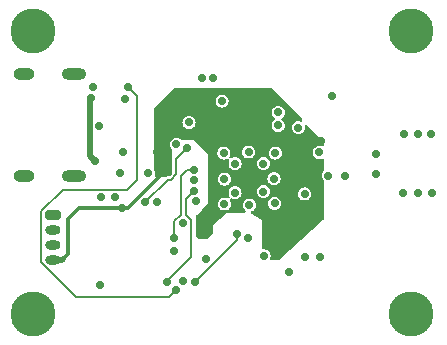
<source format=gbr>
%TF.GenerationSoftware,KiCad,Pcbnew,8.0.1*%
%TF.CreationDate,2024-04-24T20:58:42-04:00*%
%TF.ProjectId,Bluephil,426c7565-7068-4696-9c2e-6b696361645f,rev?*%
%TF.SameCoordinates,PX95ba140PY6dac2c0*%
%TF.FileFunction,Copper,L4,Bot*%
%TF.FilePolarity,Positive*%
%FSLAX46Y46*%
G04 Gerber Fmt 4.6, Leading zero omitted, Abs format (unit mm)*
G04 Created by KiCad (PCBNEW 8.0.1) date 2024-04-24 20:58:42*
%MOMM*%
%LPD*%
G01*
G04 APERTURE LIST*
G04 Aperture macros list*
%AMRoundRect*
0 Rectangle with rounded corners*
0 $1 Rounding radius*
0 $2 $3 $4 $5 $6 $7 $8 $9 X,Y pos of 4 corners*
0 Add a 4 corners polygon primitive as box body*
4,1,4,$2,$3,$4,$5,$6,$7,$8,$9,$2,$3,0*
0 Add four circle primitives for the rounded corners*
1,1,$1+$1,$2,$3*
1,1,$1+$1,$4,$5*
1,1,$1+$1,$6,$7*
1,1,$1+$1,$8,$9*
0 Add four rect primitives between the rounded corners*
20,1,$1+$1,$2,$3,$4,$5,0*
20,1,$1+$1,$4,$5,$6,$7,0*
20,1,$1+$1,$6,$7,$8,$9,0*
20,1,$1+$1,$8,$9,$2,$3,0*%
G04 Aperture macros list end*
%TA.AperFunction,ComponentPad*%
%ADD10O,1.800000X1.000000*%
%TD*%
%TA.AperFunction,ComponentPad*%
%ADD11O,2.100000X1.000000*%
%TD*%
%TA.AperFunction,ComponentPad*%
%ADD12C,3.800000*%
%TD*%
%TA.AperFunction,ComponentPad*%
%ADD13RoundRect,0.200000X-0.450000X0.200000X-0.450000X-0.200000X0.450000X-0.200000X0.450000X0.200000X0*%
%TD*%
%TA.AperFunction,ComponentPad*%
%ADD14O,1.300000X0.800000*%
%TD*%
%TA.AperFunction,ViaPad*%
%ADD15C,0.700000*%
%TD*%
%TA.AperFunction,Conductor*%
%ADD16C,0.170000*%
%TD*%
%TA.AperFunction,Conductor*%
%ADD17C,0.300000*%
%TD*%
%TA.AperFunction,Conductor*%
%ADD18C,0.500000*%
%TD*%
G04 APERTURE END LIST*
D10*
%TO.P,J1,S1,SHIELD*%
%TO.N,GND*%
X2245000Y14688000D03*
D11*
X6425000Y14688000D03*
D10*
X2245000Y23328000D03*
D11*
X6425000Y23328000D03*
%TD*%
D12*
%TO.P,H4,1,1*%
%TO.N,GND*%
X35000000Y3000000D03*
%TD*%
%TO.P,H3,1,1*%
%TO.N,GND*%
X35000000Y27000000D03*
%TD*%
%TO.P,H2,1,1*%
%TO.N,GND*%
X3000000Y3000000D03*
%TD*%
%TO.P,H1,1,1*%
%TO.N,GND*%
X3000000Y27000000D03*
%TD*%
D13*
%TO.P,J3,1,Pin_1*%
%TO.N,GND*%
X4700000Y11375000D03*
D14*
%TO.P,J3,2,Pin_2*%
%TO.N,/UART_TXR*%
X4700000Y10125000D03*
%TO.P,J3,3,Pin_3*%
%TO.N,/UART_TXC*%
X4700000Y8875000D03*
%TO.P,J3,4,Pin_4*%
%TO.N,+3.3V*%
X4700000Y7625000D03*
%TD*%
D15*
%TO.N,GND*%
X13500000Y12500000D03*
%TO.N,+3.3V*%
X10500000Y12000000D03*
%TO.N,Net-(R8-Pad2)*%
X15060000Y5090000D03*
%TO.N,GND*%
X14950000Y8400000D03*
%TO.N,+5V*%
X8200000Y16000000D03*
X7941342Y21356580D03*
%TO.N,Net-(R8-Pad2)*%
X11000000Y22225000D03*
%TO.N,/SWD_IO*%
X12500000Y12500000D03*
%TO.N,/SWD_CLK*%
X14949164Y9466233D03*
%TO.N,/SWD_SWO*%
X14350000Y5717550D03*
X16649728Y13448970D03*
%TO.N,/SWD_CLK*%
X16650009Y15250739D03*
%TO.N,/SWD_IO*%
X16024987Y17059374D03*
%TO.N,/BOOT0*%
X16700000Y5750000D03*
X20250000Y9800000D03*
%TO.N,+3.3V*%
X17550000Y18500000D03*
X27200000Y11425000D03*
X26250000Y11425000D03*
X23630000Y7970000D03*
X17500000Y9850000D03*
X17400000Y11000000D03*
X14300000Y16750000D03*
X13500000Y16750000D03*
X13644182Y15052192D03*
X14425000Y15050000D03*
X16820000Y20180000D03*
X17120000Y21110000D03*
X27387167Y17646683D03*
X26900000Y13900000D03*
%TO.N,GND*%
X19200000Y12350000D03*
X23450000Y12400000D03*
X23500000Y16650000D03*
X19150000Y16650000D03*
X20100000Y15750000D03*
X22500000Y15750000D03*
X22500000Y13400000D03*
X20100000Y13300000D03*
X21300000Y12250000D03*
X21250000Y16750000D03*
X23400000Y14500000D03*
X19200000Y14450000D03*
X32000000Y14900000D03*
X32000000Y16600000D03*
X10400000Y14950000D03*
X12750000Y14950000D03*
X8600000Y18975000D03*
X18250000Y23050000D03*
X17300000Y23050000D03*
X23750000Y19000000D03*
X23750000Y20100000D03*
X25450000Y18800000D03*
X28300000Y21450000D03*
X36650000Y18250000D03*
X35550000Y18250000D03*
X34400000Y18250000D03*
X36800000Y13300000D03*
X35550000Y13250000D03*
X34350000Y13300000D03*
X27300000Y7875000D03*
X26000000Y7875000D03*
X16752927Y12554904D03*
X16647043Y14350741D03*
X9950000Y12900000D03*
X8750000Y12900000D03*
X8650000Y5450000D03*
X29450000Y14750000D03*
X28000000Y14750000D03*
X26000000Y13200000D03*
X27220000Y16710000D03*
X19000000Y21050000D03*
X16200000Y19250000D03*
X8050000Y22250000D03*
X10800000Y21250000D03*
X10600000Y16750000D03*
X15140000Y17400000D03*
X15700000Y10750000D03*
X15700000Y5800000D03*
X17620000Y7720000D03*
X21215000Y9450000D03*
X22550000Y7950000D03*
X24665000Y6625000D03*
%TD*%
D16*
%TO.N,/SWD_IO*%
X14415000Y14415000D02*
X12500000Y12500000D01*
X16024987Y17059374D02*
X15125000Y16159387D01*
X15125000Y14851974D02*
X14688026Y14415000D01*
X14688026Y14415000D02*
X14415000Y14415000D01*
X15125000Y16159387D02*
X15125000Y14851974D01*
%TO.N,Net-(R8-Pad2)*%
X15060000Y5090000D02*
X14474700Y4504700D01*
X11775000Y21450000D02*
X11000000Y22225000D01*
X3700000Y11716436D02*
X5518564Y13535000D01*
X6601564Y4504700D02*
X3700000Y7406264D01*
X3700000Y7406264D02*
X3700000Y11716436D01*
X14474700Y4504700D02*
X6601564Y4504700D01*
X5518564Y13535000D02*
X10935000Y13535000D01*
X11775000Y14375000D02*
X11775000Y21450000D01*
X10935000Y13535000D02*
X11775000Y14375000D01*
D17*
%TO.N,+3.3V*%
X13644182Y15052192D02*
X13644182Y14644182D01*
X13644182Y14644182D02*
X11000000Y12000000D01*
X5925000Y8125000D02*
X5500000Y7700000D01*
X11000000Y12000000D02*
X8934135Y12000000D01*
X8911685Y12022450D02*
X6882500Y12022450D01*
X8934135Y12000000D02*
X8911685Y12022450D01*
X6882500Y12022450D02*
X5925000Y11064950D01*
X5925000Y11064950D02*
X5925000Y8125000D01*
D18*
X4700000Y7625000D02*
X5425000Y7625000D01*
X5425000Y7625000D02*
X5500000Y7700000D01*
D16*
%TO.N,/SWD_SWO*%
X16335000Y7835000D02*
X16335000Y11013026D01*
X14350000Y5717550D02*
X14350000Y5850000D01*
X16335000Y11013026D02*
X15925000Y11423026D01*
X14350000Y5850000D02*
X16335000Y7835000D01*
X15925000Y11423026D02*
X15925000Y12724242D01*
X15925000Y12724242D02*
X16649728Y13448970D01*
%TO.N,/SWD_CLK*%
X16650009Y15250739D02*
X16000739Y15250739D01*
X16000739Y15250739D02*
X15495000Y14745000D01*
X14949164Y10897190D02*
X14949164Y9466233D01*
X15495000Y14745000D02*
X15495000Y11443026D01*
X15495000Y11443026D02*
X14949164Y10897190D01*
D18*
%TO.N,+5V*%
X7941342Y21356580D02*
X7800000Y21215238D01*
X7800000Y21215238D02*
X7800000Y16400000D01*
X7800000Y16400000D02*
X8200000Y16000000D01*
D16*
%TO.N,/BOOT0*%
X20250000Y9800000D02*
X20250000Y9300000D01*
X20250000Y9300000D02*
X16700000Y5750000D01*
%TD*%
%TA.AperFunction,Conductor*%
%TO.N,+3.3V*%
G36*
X23214054Y22180315D02*
G01*
X23236623Y22161712D01*
X25758639Y19525059D01*
X25790753Y19463008D01*
X25784221Y19393444D01*
X25741118Y19338454D01*
X25675127Y19315498D01*
X25621581Y19324786D01*
X25593712Y19336329D01*
X25593710Y19336330D01*
X25593709Y19336330D01*
X25521854Y19345790D01*
X25450001Y19355250D01*
X25449999Y19355250D01*
X25306291Y19336330D01*
X25306287Y19336329D01*
X25172377Y19280863D01*
X25057379Y19192621D01*
X24969137Y19077623D01*
X24913671Y18943713D01*
X24913670Y18943709D01*
X24894750Y18800001D01*
X24894750Y18800000D01*
X24913670Y18656292D01*
X24913671Y18656288D01*
X24969137Y18522378D01*
X24969138Y18522376D01*
X24969139Y18522375D01*
X25057379Y18407379D01*
X25172375Y18319139D01*
X25306291Y18263670D01*
X25433280Y18246952D01*
X25449999Y18244750D01*
X25450000Y18244750D01*
X25450001Y18244750D01*
X25464977Y18246722D01*
X25593709Y18263670D01*
X25727625Y18319139D01*
X25842621Y18407379D01*
X25930861Y18522375D01*
X25986330Y18656291D01*
X26005250Y18800000D01*
X25986330Y18943709D01*
X25986327Y18943716D01*
X25984226Y18951560D01*
X25987194Y18952356D01*
X25981266Y19007307D01*
X26012519Y19069797D01*
X26072595Y19105471D01*
X26142421Y19103002D01*
X26192912Y19071046D01*
X26773879Y18463672D01*
X27565608Y17635955D01*
X27597722Y17573904D01*
X27600000Y17550244D01*
X27600000Y17334035D01*
X27580315Y17266996D01*
X27527511Y17221241D01*
X27458353Y17211297D01*
X27428549Y17219473D01*
X27401050Y17230863D01*
X27363709Y17246330D01*
X27288042Y17256292D01*
X27220001Y17265250D01*
X27219999Y17265250D01*
X27076291Y17246330D01*
X27076287Y17246329D01*
X26942377Y17190863D01*
X26827379Y17102621D01*
X26739137Y16987623D01*
X26683671Y16853713D01*
X26683670Y16853709D01*
X26664750Y16710001D01*
X26664750Y16710000D01*
X26683670Y16566292D01*
X26683671Y16566288D01*
X26739137Y16432378D01*
X26739138Y16432376D01*
X26739139Y16432375D01*
X26827379Y16317379D01*
X26942375Y16229139D01*
X26942376Y16229139D01*
X26942377Y16229138D01*
X26979716Y16213672D01*
X27076291Y16173670D01*
X27203280Y16156952D01*
X27219999Y16154750D01*
X27220000Y16154750D01*
X27220001Y16154750D01*
X27234977Y16156722D01*
X27363709Y16173670D01*
X27428549Y16200528D01*
X27498017Y16207996D01*
X27560496Y16176721D01*
X27596148Y16116632D01*
X27600000Y16085966D01*
X27600000Y15175098D01*
X27580315Y15108059D01*
X27574376Y15099612D01*
X27519138Y15027626D01*
X27463671Y14893713D01*
X27463670Y14893709D01*
X27444750Y14750001D01*
X27444750Y14750000D01*
X27463670Y14606292D01*
X27463671Y14606288D01*
X27519138Y14472377D01*
X27519139Y14472374D01*
X27574375Y14400391D01*
X27599570Y14335222D01*
X27600000Y14324904D01*
X27600000Y11055443D01*
X27580315Y10988404D01*
X27558683Y10963033D01*
X23835306Y7631590D01*
X23772219Y7601558D01*
X23752623Y7600000D01*
X23186461Y7600000D01*
X23119422Y7619685D01*
X23073667Y7672489D01*
X23063723Y7741647D01*
X23071899Y7771451D01*
X23086330Y7806291D01*
X23105250Y7950000D01*
X23086330Y8093709D01*
X23030861Y8227625D01*
X22942621Y8342621D01*
X22827625Y8430861D01*
X22827624Y8430862D01*
X22827622Y8430863D01*
X22693712Y8486329D01*
X22693710Y8486330D01*
X22693709Y8486330D01*
X22559814Y8503958D01*
X22550001Y8505250D01*
X22549996Y8505250D01*
X22540179Y8503958D01*
X22471144Y8514727D01*
X22418891Y8561110D01*
X22400000Y8626898D01*
X22400000Y11000001D01*
X21516894Y11529864D01*
X21469535Y11581235D01*
X21457468Y11650054D01*
X21484523Y11714473D01*
X21533235Y11750753D01*
X21577625Y11769139D01*
X21692621Y11857379D01*
X21780861Y11972375D01*
X21836330Y12106291D01*
X21855250Y12250000D01*
X21836330Y12393709D01*
X21833724Y12400000D01*
X22894750Y12400000D01*
X22913670Y12256292D01*
X22913671Y12256288D01*
X22969137Y12122378D01*
X22969138Y12122376D01*
X22969139Y12122375D01*
X23057379Y12007379D01*
X23172375Y11919139D01*
X23306291Y11863670D01*
X23433280Y11846952D01*
X23449999Y11844750D01*
X23450000Y11844750D01*
X23450001Y11844750D01*
X23464977Y11846722D01*
X23593709Y11863670D01*
X23727625Y11919139D01*
X23842621Y12007379D01*
X23930861Y12122375D01*
X23986330Y12256291D01*
X24005250Y12400000D01*
X23986330Y12543709D01*
X23936641Y12663671D01*
X23930862Y12677623D01*
X23930861Y12677624D01*
X23930861Y12677625D01*
X23842621Y12792621D01*
X23727625Y12880861D01*
X23727624Y12880862D01*
X23727622Y12880863D01*
X23593712Y12936329D01*
X23593710Y12936330D01*
X23593709Y12936330D01*
X23508676Y12947525D01*
X23450001Y12955250D01*
X23449999Y12955250D01*
X23306291Y12936330D01*
X23306287Y12936329D01*
X23172377Y12880863D01*
X23057379Y12792621D01*
X22969137Y12677623D01*
X22913671Y12543713D01*
X22913670Y12543709D01*
X22894750Y12400001D01*
X22894750Y12400000D01*
X21833724Y12400000D01*
X21794908Y12493713D01*
X21780862Y12527623D01*
X21780861Y12527624D01*
X21780861Y12527625D01*
X21692621Y12642621D01*
X21577625Y12730861D01*
X21577624Y12730862D01*
X21577622Y12730863D01*
X21443712Y12786329D01*
X21443710Y12786330D01*
X21443709Y12786330D01*
X21371854Y12795790D01*
X21300001Y12805250D01*
X21299999Y12805250D01*
X21156291Y12786330D01*
X21156287Y12786329D01*
X21022377Y12730863D01*
X20907379Y12642621D01*
X20819137Y12527623D01*
X20763671Y12393713D01*
X20763670Y12393709D01*
X20744750Y12250000D01*
X20761552Y12122375D01*
X20763670Y12106292D01*
X20763671Y12106288D01*
X20819137Y11972378D01*
X20819138Y11972376D01*
X20819139Y11972375D01*
X20907379Y11857379D01*
X20952998Y11822374D01*
X20994199Y11765948D01*
X20998354Y11696202D01*
X20964142Y11635281D01*
X20902424Y11602529D01*
X20877510Y11600000D01*
X19451255Y11600000D01*
X19407867Y11612741D01*
X19386177Y11588482D01*
X18200000Y10600001D01*
X18200000Y9851362D01*
X18180315Y9784323D01*
X18163681Y9763681D01*
X17836319Y9436319D01*
X17774996Y9402834D01*
X17748638Y9400000D01*
X17051362Y9400000D01*
X16984323Y9419685D01*
X16963681Y9436319D01*
X16836319Y9563681D01*
X16802834Y9625004D01*
X16800000Y9651362D01*
X16800000Y11348638D01*
X16819685Y11415677D01*
X16836319Y11436319D01*
X17269138Y11869138D01*
X17750000Y12350000D01*
X18644750Y12350000D01*
X18661552Y12222375D01*
X18663670Y12206292D01*
X18663671Y12206288D01*
X18719137Y12072378D01*
X18719138Y12072376D01*
X18719139Y12072375D01*
X18807379Y11957379D01*
X18922375Y11869139D01*
X18922376Y11869139D01*
X18922377Y11869138D01*
X18967013Y11850650D01*
X19056291Y11813670D01*
X19183280Y11796952D01*
X19199999Y11794750D01*
X19199999Y11794751D01*
X19200000Y11794750D01*
X19290610Y11806680D01*
X19353721Y11796839D01*
X19357542Y11805203D01*
X19403803Y11838561D01*
X19464426Y11863672D01*
X19477625Y11869139D01*
X19592621Y11957379D01*
X19680861Y12072375D01*
X19736330Y12206291D01*
X19755250Y12350000D01*
X19736330Y12493709D01*
X19680861Y12627625D01*
X19680858Y12627629D01*
X19676797Y12634664D01*
X19678040Y12635383D01*
X19656027Y12692326D01*
X19670066Y12760771D01*
X19718880Y12810760D01*
X19786972Y12826423D01*
X19827048Y12817204D01*
X19956291Y12763670D01*
X20083280Y12746952D01*
X20099999Y12744750D01*
X20100000Y12744750D01*
X20100001Y12744750D01*
X20114977Y12746722D01*
X20243709Y12763670D01*
X20377625Y12819139D01*
X20492621Y12907379D01*
X20580861Y13022375D01*
X20636330Y13156291D01*
X20655250Y13300000D01*
X20642085Y13400000D01*
X21944750Y13400000D01*
X21957915Y13300000D01*
X21963670Y13256292D01*
X21963671Y13256288D01*
X22019137Y13122378D01*
X22019138Y13122376D01*
X22019139Y13122375D01*
X22107379Y13007379D01*
X22222375Y12919139D01*
X22222376Y12919139D01*
X22222377Y12919138D01*
X22267013Y12900650D01*
X22356291Y12863670D01*
X22483280Y12846952D01*
X22499999Y12844750D01*
X22500000Y12844750D01*
X22500001Y12844750D01*
X22514977Y12846722D01*
X22643709Y12863670D01*
X22777625Y12919139D01*
X22892621Y13007379D01*
X22980861Y13122375D01*
X23013014Y13200000D01*
X25444750Y13200000D01*
X25463670Y13056292D01*
X25463671Y13056288D01*
X25519137Y12922378D01*
X25519138Y12922376D01*
X25519139Y12922375D01*
X25607379Y12807379D01*
X25722375Y12719139D01*
X25856291Y12663670D01*
X25983280Y12646952D01*
X25999999Y12644750D01*
X26000000Y12644750D01*
X26000001Y12644750D01*
X26014977Y12646722D01*
X26143709Y12663670D01*
X26277625Y12719139D01*
X26392621Y12807379D01*
X26480861Y12922375D01*
X26536330Y13056291D01*
X26555250Y13200000D01*
X26536330Y13343709D01*
X26480861Y13477625D01*
X26392621Y13592621D01*
X26277625Y13680861D01*
X26277624Y13680862D01*
X26277622Y13680863D01*
X26143712Y13736329D01*
X26143710Y13736330D01*
X26143709Y13736330D01*
X26071854Y13745790D01*
X26000001Y13755250D01*
X25999999Y13755250D01*
X25856291Y13736330D01*
X25856287Y13736329D01*
X25722377Y13680863D01*
X25607379Y13592621D01*
X25519137Y13477623D01*
X25463671Y13343713D01*
X25463670Y13343709D01*
X25444750Y13200001D01*
X25444750Y13200000D01*
X23013014Y13200000D01*
X23036330Y13256291D01*
X23055250Y13400000D01*
X23036330Y13543709D01*
X22980861Y13677625D01*
X22892621Y13792621D01*
X22777625Y13880861D01*
X22777624Y13880862D01*
X22777622Y13880863D01*
X22643712Y13936329D01*
X22643710Y13936330D01*
X22643709Y13936330D01*
X22571854Y13945790D01*
X22500001Y13955250D01*
X22499999Y13955250D01*
X22356291Y13936330D01*
X22356287Y13936329D01*
X22222377Y13880863D01*
X22107379Y13792621D01*
X22019137Y13677623D01*
X21963671Y13543713D01*
X21963670Y13543709D01*
X21950505Y13443709D01*
X21944750Y13400000D01*
X20642085Y13400000D01*
X20636330Y13443709D01*
X20580861Y13577625D01*
X20492621Y13692621D01*
X20377625Y13780861D01*
X20377624Y13780862D01*
X20377622Y13780863D01*
X20243712Y13836329D01*
X20243710Y13836330D01*
X20243709Y13836330D01*
X20171854Y13845790D01*
X20100001Y13855250D01*
X20099999Y13855250D01*
X19956291Y13836330D01*
X19956287Y13836329D01*
X19822377Y13780863D01*
X19707379Y13692621D01*
X19619137Y13577623D01*
X19563671Y13443713D01*
X19563670Y13443709D01*
X19550505Y13343709D01*
X19544750Y13300000D01*
X19557915Y13200000D01*
X19563670Y13156292D01*
X19563671Y13156288D01*
X19619138Y13022377D01*
X19623203Y13015336D01*
X19621959Y13014618D01*
X19643972Y12957672D01*
X19629932Y12889228D01*
X19581116Y12839240D01*
X19513024Y12823579D01*
X19472950Y12832798D01*
X19343712Y12886329D01*
X19343710Y12886330D01*
X19343709Y12886330D01*
X19271854Y12895790D01*
X19200001Y12905250D01*
X19199999Y12905250D01*
X19056291Y12886330D01*
X19056287Y12886329D01*
X18922377Y12830863D01*
X18807379Y12742621D01*
X18719137Y12627623D01*
X18663671Y12493713D01*
X18663670Y12493709D01*
X18650505Y12393709D01*
X18644750Y12350000D01*
X17750000Y12350000D01*
X17800000Y12400000D01*
X17800000Y14450000D01*
X18644750Y14450000D01*
X18663670Y14306292D01*
X18663671Y14306288D01*
X18719137Y14172378D01*
X18719138Y14172376D01*
X18719139Y14172375D01*
X18807379Y14057379D01*
X18922375Y13969139D01*
X18922376Y13969139D01*
X18922377Y13969138D01*
X18967013Y13950650D01*
X19056291Y13913670D01*
X19183280Y13896952D01*
X19199999Y13894750D01*
X19200000Y13894750D01*
X19200001Y13894750D01*
X19214977Y13896722D01*
X19343709Y13913670D01*
X19477625Y13969139D01*
X19592621Y14057379D01*
X19680861Y14172375D01*
X19736330Y14306291D01*
X19755250Y14450000D01*
X19748667Y14500000D01*
X22844750Y14500000D01*
X22863670Y14356292D01*
X22863671Y14356288D01*
X22919137Y14222378D01*
X22919138Y14222376D01*
X22919139Y14222375D01*
X23007379Y14107379D01*
X23122375Y14019139D01*
X23256291Y13963670D01*
X23383280Y13946952D01*
X23399999Y13944750D01*
X23400000Y13944750D01*
X23400001Y13944750D01*
X23414977Y13946722D01*
X23543709Y13963670D01*
X23677625Y14019139D01*
X23792621Y14107379D01*
X23880861Y14222375D01*
X23936330Y14356291D01*
X23955250Y14500000D01*
X23936330Y14643709D01*
X23894812Y14743944D01*
X23880862Y14777623D01*
X23880861Y14777624D01*
X23880861Y14777625D01*
X23792621Y14892621D01*
X23677625Y14980861D01*
X23677624Y14980862D01*
X23677622Y14980863D01*
X23543712Y15036329D01*
X23543710Y15036330D01*
X23543709Y15036330D01*
X23471854Y15045790D01*
X23400001Y15055250D01*
X23399999Y15055250D01*
X23256291Y15036330D01*
X23256287Y15036329D01*
X23122377Y14980863D01*
X23007379Y14892621D01*
X22919137Y14777623D01*
X22863671Y14643713D01*
X22863670Y14643709D01*
X22844750Y14500001D01*
X22844750Y14500000D01*
X19748667Y14500000D01*
X19736330Y14593709D01*
X19680861Y14727625D01*
X19592621Y14842621D01*
X19477625Y14930861D01*
X19477624Y14930862D01*
X19477622Y14930863D01*
X19343712Y14986329D01*
X19343710Y14986330D01*
X19343709Y14986330D01*
X19271854Y14995790D01*
X19200001Y15005250D01*
X19199999Y15005250D01*
X19056291Y14986330D01*
X19056287Y14986329D01*
X18922377Y14930863D01*
X18807379Y14842621D01*
X18719137Y14727623D01*
X18663671Y14593713D01*
X18663670Y14593709D01*
X18644750Y14450001D01*
X18644750Y14450000D01*
X17800000Y14450000D01*
X17800000Y16600000D01*
X17750000Y16650000D01*
X18594750Y16650000D01*
X18611464Y16523044D01*
X18613670Y16506292D01*
X18613671Y16506288D01*
X18669137Y16372378D01*
X18669138Y16372377D01*
X18669139Y16372375D01*
X18757379Y16257379D01*
X18872375Y16169139D01*
X19006291Y16113670D01*
X19133280Y16096952D01*
X19149999Y16094750D01*
X19150000Y16094750D01*
X19150001Y16094750D01*
X19164977Y16096722D01*
X19293709Y16113670D01*
X19427625Y16169139D01*
X19427631Y16169144D01*
X19434664Y16173203D01*
X19435382Y16171958D01*
X19492315Y16193972D01*
X19560761Y16179939D01*
X19610754Y16131129D01*
X19626422Y16063038D01*
X19617203Y16022951D01*
X19563669Y15893707D01*
X19544750Y15750001D01*
X19544750Y15750000D01*
X19563670Y15606292D01*
X19563671Y15606288D01*
X19619137Y15472378D01*
X19619138Y15472376D01*
X19619139Y15472375D01*
X19707379Y15357379D01*
X19822375Y15269139D01*
X19956291Y15213670D01*
X20083280Y15196952D01*
X20099999Y15194750D01*
X20100000Y15194750D01*
X20100001Y15194750D01*
X20114977Y15196722D01*
X20243709Y15213670D01*
X20377625Y15269139D01*
X20492621Y15357379D01*
X20580861Y15472375D01*
X20636330Y15606291D01*
X20655250Y15750000D01*
X21944750Y15750000D01*
X21963670Y15606292D01*
X21963671Y15606288D01*
X22019137Y15472378D01*
X22019138Y15472376D01*
X22019139Y15472375D01*
X22107379Y15357379D01*
X22222375Y15269139D01*
X22356291Y15213670D01*
X22483280Y15196952D01*
X22499999Y15194750D01*
X22500000Y15194750D01*
X22500001Y15194750D01*
X22514977Y15196722D01*
X22643709Y15213670D01*
X22777625Y15269139D01*
X22892621Y15357379D01*
X22980861Y15472375D01*
X23036330Y15606291D01*
X23055250Y15750000D01*
X23036330Y15893709D01*
X22980861Y16027625D01*
X22944353Y16075203D01*
X22920859Y16135971D01*
X22884147Y16149168D01*
X22881784Y16150937D01*
X22777625Y16230861D01*
X22777623Y16230862D01*
X22643712Y16286329D01*
X22643710Y16286330D01*
X22643709Y16286330D01*
X22571854Y16295790D01*
X22500001Y16305250D01*
X22499999Y16305250D01*
X22356291Y16286330D01*
X22356287Y16286329D01*
X22222377Y16230863D01*
X22107379Y16142621D01*
X22019137Y16027623D01*
X21963671Y15893713D01*
X21963670Y15893709D01*
X21944750Y15750001D01*
X21944750Y15750000D01*
X20655250Y15750000D01*
X20636330Y15893709D01*
X20580861Y16027625D01*
X20492621Y16142621D01*
X20377625Y16230861D01*
X20377624Y16230862D01*
X20377622Y16230863D01*
X20243712Y16286329D01*
X20243710Y16286330D01*
X20243709Y16286330D01*
X20171854Y16295790D01*
X20100001Y16305250D01*
X20099999Y16305250D01*
X19956291Y16286330D01*
X19956287Y16286329D01*
X19822376Y16230862D01*
X19815336Y16226797D01*
X19814618Y16228040D01*
X19757661Y16206027D01*
X19689218Y16220073D01*
X19639234Y16268893D01*
X19623578Y16336986D01*
X19632795Y16377047D01*
X19686330Y16506291D01*
X19705250Y16650000D01*
X19692085Y16750000D01*
X20694750Y16750000D01*
X20707915Y16650000D01*
X20713670Y16606292D01*
X20713671Y16606288D01*
X20769137Y16472378D01*
X20769138Y16472376D01*
X20769139Y16472375D01*
X20857379Y16357379D01*
X20972375Y16269139D01*
X20972376Y16269139D01*
X20972377Y16269138D01*
X21016570Y16250833D01*
X21106291Y16213670D01*
X21233107Y16196974D01*
X21249999Y16194750D01*
X21250000Y16194750D01*
X21250001Y16194750D01*
X21266893Y16196974D01*
X21393709Y16213670D01*
X21527625Y16269139D01*
X21642621Y16357379D01*
X21730861Y16472375D01*
X21786330Y16606291D01*
X21792085Y16650000D01*
X22944750Y16650000D01*
X22961464Y16523044D01*
X22963670Y16506292D01*
X22963671Y16506288D01*
X23019138Y16372377D01*
X23019139Y16372374D01*
X23055645Y16324800D01*
X23079139Y16264031D01*
X23115852Y16250833D01*
X23118186Y16249087D01*
X23222375Y16169139D01*
X23356291Y16113670D01*
X23483280Y16096952D01*
X23499999Y16094750D01*
X23500000Y16094750D01*
X23500001Y16094750D01*
X23514977Y16096722D01*
X23643709Y16113670D01*
X23777625Y16169139D01*
X23892621Y16257379D01*
X23980861Y16372375D01*
X24036330Y16506291D01*
X24055250Y16650000D01*
X24036330Y16793709D01*
X23980861Y16927625D01*
X23892621Y17042621D01*
X23777625Y17130861D01*
X23777624Y17130862D01*
X23777622Y17130863D01*
X23643712Y17186329D01*
X23643710Y17186330D01*
X23643709Y17186330D01*
X23516460Y17203083D01*
X23500001Y17205250D01*
X23499999Y17205250D01*
X23356291Y17186330D01*
X23356287Y17186329D01*
X23222377Y17130863D01*
X23107379Y17042621D01*
X23019137Y16927623D01*
X22963671Y16793713D01*
X22963670Y16793709D01*
X22946956Y16666753D01*
X22944750Y16650000D01*
X21792085Y16650000D01*
X21805250Y16750000D01*
X21786330Y16893709D01*
X21730861Y17027625D01*
X21642621Y17142621D01*
X21527625Y17230861D01*
X21527624Y17230862D01*
X21527622Y17230863D01*
X21393712Y17286329D01*
X21393710Y17286330D01*
X21393709Y17286330D01*
X21321854Y17295790D01*
X21250001Y17305250D01*
X21249999Y17305250D01*
X21106291Y17286330D01*
X21106287Y17286329D01*
X20972377Y17230863D01*
X20857379Y17142621D01*
X20769137Y17027623D01*
X20713671Y16893713D01*
X20713670Y16893709D01*
X20700505Y16793709D01*
X20694750Y16750000D01*
X19692085Y16750000D01*
X19686330Y16793709D01*
X19630861Y16927625D01*
X19542621Y17042621D01*
X19427625Y17130861D01*
X19427624Y17130862D01*
X19427622Y17130863D01*
X19293712Y17186329D01*
X19293710Y17186330D01*
X19293709Y17186330D01*
X19166460Y17203083D01*
X19150001Y17205250D01*
X19149999Y17205250D01*
X19006291Y17186330D01*
X19006287Y17186329D01*
X18872377Y17130863D01*
X18757379Y17042621D01*
X18669137Y16927623D01*
X18613671Y16793713D01*
X18613670Y16793709D01*
X18596956Y16666753D01*
X18594750Y16650000D01*
X17750000Y16650000D01*
X16600000Y17800000D01*
X15565097Y17800000D01*
X15498058Y17819685D01*
X15489620Y17825617D01*
X15417625Y17880861D01*
X15417624Y17880862D01*
X15417622Y17880863D01*
X15283712Y17936329D01*
X15283710Y17936330D01*
X15283709Y17936330D01*
X15211854Y17945790D01*
X15140001Y17955250D01*
X15139999Y17955250D01*
X14996291Y17936330D01*
X14996287Y17936329D01*
X14862377Y17880863D01*
X14747379Y17792621D01*
X14659137Y17677623D01*
X14603671Y17543713D01*
X14603670Y17543709D01*
X14584750Y17400001D01*
X14584750Y17400000D01*
X14603670Y17256292D01*
X14603671Y17256288D01*
X14659138Y17122377D01*
X14659139Y17122375D01*
X14731843Y17027625D01*
X14747379Y17007379D01*
X14751481Y17004232D01*
X14792686Y16947808D01*
X14800000Y16905852D01*
X14800000Y14982094D01*
X14780315Y14915055D01*
X14763681Y14894413D01*
X14606087Y14736819D01*
X14544764Y14703334D01*
X14518406Y14700500D01*
X14377413Y14700500D01*
X14304799Y14681044D01*
X14239699Y14643457D01*
X14239696Y14643455D01*
X14232561Y14636319D01*
X14171238Y14602834D01*
X14144880Y14600000D01*
X13451362Y14600000D01*
X13384323Y14619685D01*
X13363681Y14636319D01*
X13317379Y14682621D01*
X13283894Y14743944D01*
X13285287Y14802402D01*
X13286326Y14806284D01*
X13286330Y14806291D01*
X13305250Y14950000D01*
X13286330Y15093709D01*
X13230861Y15227625D01*
X13225622Y15234453D01*
X13200430Y15299623D01*
X13200000Y15309937D01*
X13200000Y19250000D01*
X15644750Y19250000D01*
X15663670Y19106292D01*
X15663671Y19106288D01*
X15719137Y18972378D01*
X15719138Y18972376D01*
X15719139Y18972375D01*
X15807379Y18857379D01*
X15922375Y18769139D01*
X16056291Y18713670D01*
X16183280Y18696952D01*
X16199999Y18694750D01*
X16200000Y18694750D01*
X16200001Y18694750D01*
X16214977Y18696722D01*
X16343709Y18713670D01*
X16477625Y18769139D01*
X16592621Y18857379D01*
X16680861Y18972375D01*
X16692303Y19000000D01*
X23194750Y19000000D01*
X23202160Y18943713D01*
X23213670Y18856292D01*
X23213671Y18856288D01*
X23269137Y18722378D01*
X23269138Y18722376D01*
X23269139Y18722375D01*
X23357379Y18607379D01*
X23472375Y18519139D01*
X23606291Y18463670D01*
X23733280Y18446952D01*
X23749999Y18444750D01*
X23750000Y18444750D01*
X23750001Y18444750D01*
X23764977Y18446722D01*
X23893709Y18463670D01*
X24027625Y18519139D01*
X24142621Y18607379D01*
X24230861Y18722375D01*
X24286330Y18856291D01*
X24305250Y19000000D01*
X24286330Y19143709D01*
X24249350Y19232987D01*
X24230862Y19277623D01*
X24230861Y19277624D01*
X24230861Y19277625D01*
X24142621Y19392621D01*
X24065724Y19451627D01*
X24024524Y19508052D01*
X24020369Y19577798D01*
X24054582Y19638719D01*
X24065716Y19648368D01*
X24142621Y19707379D01*
X24230861Y19822375D01*
X24286330Y19956291D01*
X24305250Y20100000D01*
X24286330Y20243709D01*
X24230861Y20377625D01*
X24142621Y20492621D01*
X24027625Y20580861D01*
X24027624Y20580862D01*
X24027622Y20580863D01*
X23893712Y20636329D01*
X23893710Y20636330D01*
X23893709Y20636330D01*
X23821854Y20645790D01*
X23750001Y20655250D01*
X23749999Y20655250D01*
X23606291Y20636330D01*
X23606287Y20636329D01*
X23472377Y20580863D01*
X23357379Y20492621D01*
X23269137Y20377623D01*
X23213671Y20243713D01*
X23213670Y20243709D01*
X23194750Y20100001D01*
X23194750Y20100000D01*
X23213670Y19956292D01*
X23213671Y19956288D01*
X23269137Y19822378D01*
X23269138Y19822376D01*
X23269139Y19822375D01*
X23357379Y19707379D01*
X23387131Y19684549D01*
X23434273Y19648375D01*
X23475476Y19591947D01*
X23479630Y19522201D01*
X23445417Y19461281D01*
X23434273Y19451625D01*
X23357381Y19392623D01*
X23269137Y19277623D01*
X23213671Y19143713D01*
X23213670Y19143709D01*
X23204104Y19071046D01*
X23194750Y19000000D01*
X16692303Y19000000D01*
X16736330Y19106291D01*
X16755250Y19250000D01*
X16736330Y19393709D01*
X16680861Y19527625D01*
X16592621Y19642621D01*
X16477625Y19730861D01*
X16477624Y19730862D01*
X16477622Y19730863D01*
X16343712Y19786329D01*
X16343710Y19786330D01*
X16343709Y19786330D01*
X16271854Y19795790D01*
X16200001Y19805250D01*
X16199999Y19805250D01*
X16056291Y19786330D01*
X16056287Y19786329D01*
X15922377Y19730863D01*
X15807379Y19642621D01*
X15719137Y19527623D01*
X15663671Y19393713D01*
X15663670Y19393709D01*
X15644750Y19250001D01*
X15644750Y19250000D01*
X13200000Y19250000D01*
X13200000Y20348638D01*
X13219685Y20415677D01*
X13236319Y20436319D01*
X13850000Y21050000D01*
X18444750Y21050000D01*
X18463670Y20906292D01*
X18463671Y20906288D01*
X18519137Y20772378D01*
X18519138Y20772376D01*
X18519139Y20772375D01*
X18607379Y20657379D01*
X18722375Y20569139D01*
X18856291Y20513670D01*
X18983280Y20496952D01*
X18999999Y20494750D01*
X19000000Y20494750D01*
X19000001Y20494750D01*
X19014977Y20496722D01*
X19143709Y20513670D01*
X19277625Y20569139D01*
X19392621Y20657379D01*
X19480861Y20772375D01*
X19536330Y20906291D01*
X19555250Y21050000D01*
X19536330Y21193709D01*
X19480861Y21327625D01*
X19392621Y21442621D01*
X19277625Y21530861D01*
X19277624Y21530862D01*
X19277622Y21530863D01*
X19143712Y21586329D01*
X19143710Y21586330D01*
X19143709Y21586330D01*
X19071854Y21595790D01*
X19000001Y21605250D01*
X18999999Y21605250D01*
X18856291Y21586330D01*
X18856287Y21586329D01*
X18722377Y21530863D01*
X18607379Y21442621D01*
X18519137Y21327623D01*
X18463671Y21193713D01*
X18463670Y21193709D01*
X18444750Y21050001D01*
X18444750Y21050000D01*
X13850000Y21050000D01*
X14963681Y22163681D01*
X15025004Y22197166D01*
X15051362Y22200000D01*
X23147015Y22200000D01*
X23214054Y22180315D01*
G37*
%TD.AperFunction*%
%TD*%
M02*

</source>
